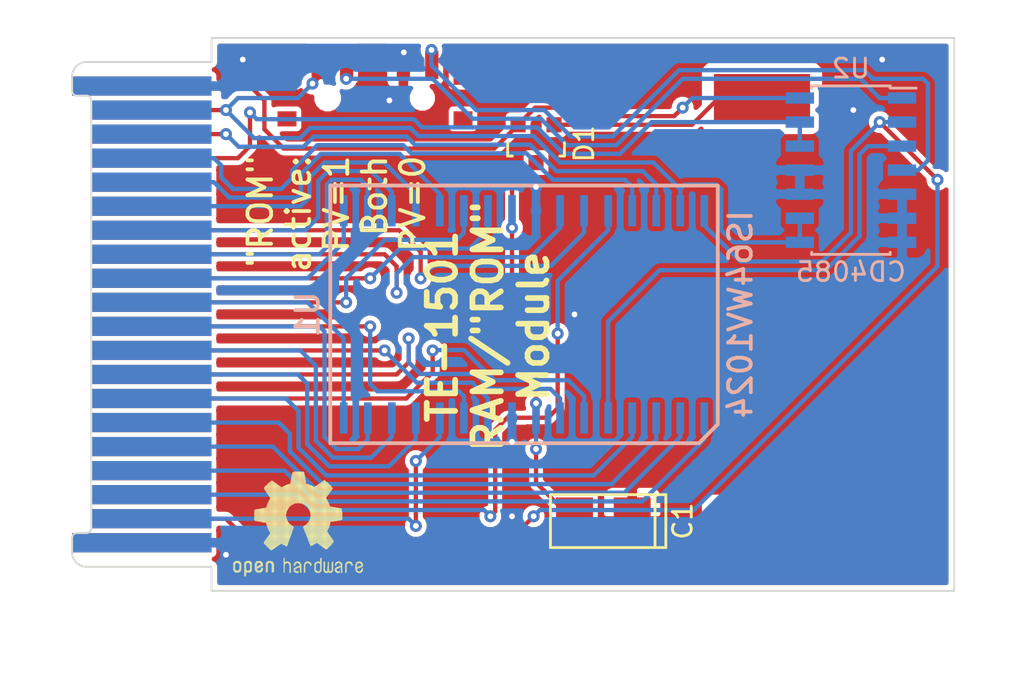
<source format=kicad_pcb>
(kicad_pcb (version 4) (host pcbnew "(2014-10-27 BZR 5228)-product")
  (layers (0 F.Cu signal) (31 B.Cu signal) (34 B.Paste user) (35 F.Paste user) (36 B.SilkS user) (37 F.SilkS user) (38 B.Mask user) (39 F.Mask user) (44 Edge.Cuts user))
  (net 0 "")
  (net 1 VCC)
  (net 2 /AD13)
  (net 3 /AD8)
  (net 4 /AD9)
  (net 5 /AD11)
  (net 6 /~OD)
  (net 7 /AD10)
  (net 8 /D7)
  (net 9 /D6)
  (net 10 /D5)
  (net 11 /D4)
  (net 12 /D3)
  (net 13 /AD2)
  (net 14 /AD1)
  (net 15 /AD0)
  (net 16 /D0)
  (net 17 /D1)
  (net 18 /D2)
  (net 19 GND)
  (net 20 /AD12)
  (net 21 /AD7)
  (net 22 /AD6)
  (net 23 /AD5)
  (net 24 /AD4)
  (net 25 /AD3)
  (net 26 /~Y0)
  (net 27 /PV)
  (net 28 /PU)
  (net 29 /VRR)
  (net 30 /~WE)
  (net 31 /~CE)
  (net 32 /~Y2)
  (net 33 /BT+)
  (net 34 /~PV)
  (net 35 /BANK8)
  (module TantalC_SizeT_EIA-3528 (layer F.Cu) (at 76.073 44.704)
    (fp_text reference C1 (at 4.191 0 90) (layer F.SilkS))
    (fp_text value 220u hide)
    (pad 1 smd rect (at 1.524 0) (size 1.95072 2.49936) (layers F.Cu F.Paste F.Mask) (net 19 GND))
    (pad 2 smd rect (at -1.524 0) (size 1.95072 2.49936) (layers F.Cu F.Paste F.Mask) (net 29 /VRR))
  )
  (module te-1501:CE_CONN (layer F.Cu) (at 52.197 33.782)
    (fp_text reference CN1 hide)
    (fp_text value ce-connector hide)
    (pad 1 smd rect (at -0.508 -12.065) (size 7.366 1.016) (layers F.Cu F.Mask) (net 1 VCC))
    (pad 2 smd rect (at 0 -10.795) (size 6.35 1.016) (layers F.Cu F.Mask) (net 27 /PV))
    (pad 3 smd rect (at 0 -9.525) (size 6.35 1.016) (layers F.Cu F.Mask) (net 28 /PU))
    (pad 4 smd rect (at 0 -8.255) (size 6.35 1.016) (layers F.Cu F.Mask) (net 26 /~Y0))
    (pad 5 smd rect (at 0 -6.985) (size 6.35 1.016) (layers F.Cu F.Mask))
    (pad 6 smd rect (at 0 -5.715) (size 6.35 1.016) (layers F.Cu F.Mask))
    (pad 7 smd rect (at 0 -4.445) (size 6.35 1.016) (layers F.Cu F.Mask) (net 8 /D7))
    (pad 8 smd rect (at 0 -3.175) (size 6.35 1.016) (layers F.Cu F.Mask) (net 9 /D6))
    (pad 9 smd rect (at 0 -1.905) (size 6.35 1.016) (layers F.Cu F.Mask) (net 10 /D5))
    (pad 10 smd rect (at 0 -0.635) (size 6.35 1.016) (layers F.Cu F.Mask) (net 11 /D4))
    (pad 11 smd rect (at 0 0.635) (size 6.35 1.016) (layers F.Cu F.Mask) (net 12 /D3))
    (pad 12 smd rect (at 0 1.905) (size 6.35 1.016) (layers F.Cu F.Mask) (net 18 /D2))
    (pad 13 smd rect (at 0 3.175) (size 6.35 1.016) (layers F.Cu F.Mask) (net 17 /D1))
    (pad 14 smd rect (at 0 4.445) (size 6.35 1.016) (layers F.Cu F.Mask) (net 16 /D0))
    (pad 35 smd rect (at 0 5.715) (size 6.35 1.016) (layers B.Cu B.Mask) (net 13 /AD2))
    (pad 15 smd rect (at 0 5.715) (size 6.35 1.016) (layers F.Cu F.Mask))
    (pad 16 smd rect (at 0 6.985) (size 6.35 1.016) (layers F.Cu F.Mask))
    (pad 17 smd rect (at 0 8.255) (size 6.35 1.016) (layers F.Cu F.Mask))
    (pad 18 smd rect (at 0 9.525) (size 6.35 1.016) (layers F.Cu F.Mask))
    (pad 19 smd rect (at 0 10.795) (size 6.35 1.016) (layers F.Cu F.Mask) (net 32 /~Y2))
    (pad 20 smd rect (at -0.508 12.065) (size 7.366 1.016) (layers F.Cu F.Mask))
    (pad 21 smd rect (at -0.508 -12.065) (size 7.366 1.016) (layers B.Cu B.Mask) (net 19 GND))
    (pad 22 smd rect (at 0 -10.795) (size 6.35 1.016) (layers B.Cu B.Mask))
    (pad 23 smd rect (at 0 -9.525) (size 6.35 1.016) (layers B.Cu B.Mask))
    (pad 24 smd rect (at 0 -8.255) (size 6.35 1.016) (layers B.Cu B.Mask) (net 2 /AD13))
    (pad 25 smd rect (at 0 -6.985) (size 6.35 1.016) (layers B.Cu B.Mask) (net 20 /AD12))
    (pad 26 smd rect (at 0 -5.715) (size 6.35 1.016) (layers B.Cu B.Mask) (net 5 /AD11))
    (pad 27 smd rect (at 0 -4.445) (size 6.35 1.016) (layers B.Cu B.Mask) (net 7 /AD10))
    (pad 28 smd rect (at 0 -3.175) (size 6.35 1.016) (layers B.Cu B.Mask) (net 4 /AD9))
    (pad 29 smd rect (at 0 -1.905) (size 6.35 1.016) (layers B.Cu B.Mask) (net 3 /AD8))
    (pad 30 smd rect (at 0 -0.635) (size 6.35 1.016) (layers B.Cu B.Mask) (net 21 /AD7))
    (pad 31 smd rect (at 0 0.635) (size 6.35 1.016) (layers B.Cu B.Mask) (net 22 /AD6))
    (pad 32 smd rect (at 0 1.905) (size 6.35 1.016) (layers B.Cu B.Mask) (net 23 /AD5))
    (pad 33 smd rect (at 0 3.175) (size 6.35 1.016) (layers B.Cu B.Mask) (net 24 /AD4))
    (pad 34 smd rect (at 0 4.445) (size 6.35 1.016) (layers B.Cu B.Mask) (net 25 /AD3))
    (pad 36 smd rect (at 0 6.985) (size 6.35 1.016) (layers B.Cu B.Mask) (net 14 /AD1))
    (pad 37 smd rect (at 0 8.255) (size 6.35 1.016) (layers B.Cu B.Mask) (net 15 /AD0))
    (pad 38 smd rect (at 0 9.525) (size 6.35 1.016) (layers B.Cu B.Mask) (net 6 /~OD))
    (pad 39 smd rect (at 0 10.795) (size 6.35 1.016) (layers B.Cu B.Mask) (net 30 /~WE))
    (pad 40 smd rect (at -0.508 12.065) (size 7.366 1.016) (layers B.Cu B.Mask) (net 19 GND))
  )
  (module Housings_SOT-23_SOT-143_TSOT-6:SOT-23 (layer F.Cu) (at 72.517 24.765 180)
    (fp_text reference D1 (at -2.54 0 450) (layer F.SilkS))
    (fp_text value BAT54C hide)
    (pad 1 smd rect (at -0.95 1.00076 180) (size 0.8001 0.8001) (layers F.Cu F.Paste F.Mask) (net 33 /BT+))
    (pad 2 smd rect (at 0.95 1.00076 180) (size 0.8001 0.8001) (layers F.Cu F.Paste F.Mask) (net 1 VCC))
    (pad 3 smd rect (at 0 -0.99822 180) (size 0.8001 0.8001) (layers F.Cu F.Paste F.Mask) (net 29 /VRR))
  )
  (module te-1501:TSOP_II_32 (layer B.Cu) (at 71.882 33.782 90)
    (fp_text reference U1 (at 0 -11.4362 90) (layer B.SilkS) (effects (font (size 1.2 1.2) (thickness 0.2)) (justify mirror)))
    (fp_text value IS64WV1024 (at 0 11.4362 90) (layer B.SilkS) (effects (font (size 1.2 1.2) (thickness 0.2)) (justify mirror)))
    (pad 1 smd rect (at -5.4737 9.525 90) (size 1.651 0.4064) (layers B.Cu B.Paste B.Mask) (net 15 /AD0))
    (pad 2 smd rect (at -5.4737 8.255 90) (size 1.651 0.4064) (layers B.Cu B.Paste B.Mask) (net 14 /AD1))
    (pad 3 smd rect (at -5.4737 6.985 90) (size 1.651 0.4064) (layers B.Cu B.Paste B.Mask) (net 13 /AD2))
    (pad 4 smd rect (at -5.4737 5.715 90) (size 1.651 0.4064) (layers B.Cu B.Paste B.Mask) (net 25 /AD3))
    (pad 5 smd rect (at -5.4737 4.445 90) (size 1.651 0.4064) (layers B.Cu B.Paste B.Mask) (net 31 /~CE))
    (pad 6 smd rect (at -5.4737 3.175 90) (size 1.651 0.4064) (layers B.Cu B.Paste B.Mask) (net 16 /D0))
    (pad 7 smd rect (at -5.4737 1.905 90) (size 1.651 0.4064) (layers B.Cu B.Paste B.Mask) (net 17 /D1))
    (pad 8 smd rect (at -5.4737 0.635 90) (size 1.651 0.4064) (layers B.Cu B.Paste B.Mask) (net 29 /VRR))
    (pad 9 smd rect (at -5.4737 -0.635 90) (size 1.651 0.4064) (layers B.Cu B.Paste B.Mask) (net 19 GND))
    (pad 10 smd rect (at -5.4737 -1.905 90) (size 1.651 0.4064) (layers B.Cu B.Paste B.Mask) (net 18 /D2))
    (pad 11 smd rect (at -5.4737 -3.175 90) (size 1.651 0.4064) (layers B.Cu B.Paste B.Mask) (net 12 /D3))
    (pad 12 smd rect (at -5.4737 -4.445 90) (size 1.651 0.4064) (layers B.Cu B.Paste B.Mask) (net 30 /~WE))
    (pad 13 smd rect (at -5.4737 -5.715 90) (size 1.651 0.4064) (layers B.Cu B.Paste B.Mask) (net 24 /AD4))
    (pad 14 smd rect (at -5.4737 -6.985 90) (size 1.651 0.4064) (layers B.Cu B.Paste B.Mask) (net 23 /AD5))
    (pad 15 smd rect (at -5.4737 -8.255 90) (size 1.651 0.4064) (layers B.Cu B.Paste B.Mask) (net 22 /AD6))
    (pad 16 smd rect (at -5.4737 -9.525 90) (size 1.651 0.4064) (layers B.Cu B.Paste B.Mask) (net 21 /AD7))
    (pad 32 smd rect (at 5.4737 9.525 90) (size 1.651 0.4064) (layers B.Cu B.Paste B.Mask) (net 32 /~Y2))
    (pad 31 smd rect (at 5.4737 8.255 90) (size 1.651 0.4064) (layers B.Cu B.Paste B.Mask) (net 27 /PV))
    (pad 30 smd rect (at 5.4737 6.985 90) (size 1.651 0.4064) (layers B.Cu B.Paste B.Mask) (net 28 /PU))
    (pad 29 smd rect (at 5.4737 5.715 90) (size 1.651 0.4064) (layers B.Cu B.Paste B.Mask) (net 2 /AD13))
    (pad 28 smd rect (at 5.4737 4.445 90) (size 1.651 0.4064) (layers B.Cu B.Paste B.Mask) (net 6 /~OD))
    (pad 27 smd rect (at 5.4737 3.175 90) (size 1.651 0.4064) (layers B.Cu B.Paste B.Mask) (net 8 /D7))
    (pad 26 smd rect (at 5.4737 1.905 90) (size 1.651 0.4064) (layers B.Cu B.Paste B.Mask) (net 9 /D6))
    (pad 25 smd rect (at 5.4737 0.635 90) (size 1.651 0.4064) (layers B.Cu B.Paste B.Mask) (net 19 GND))
    (pad 24 smd rect (at 5.4737 -0.635 90) (size 1.651 0.4064) (layers B.Cu B.Paste B.Mask) (net 29 /VRR))
    (pad 23 smd rect (at 5.4737 -1.905 90) (size 1.651 0.4064) (layers B.Cu B.Paste B.Mask) (net 10 /D5))
    (pad 22 smd rect (at 5.4737 -3.175 90) (size 1.651 0.4064) (layers B.Cu B.Paste B.Mask) (net 11 /D4))
    (pad 21 smd rect (at 5.4737 -4.445 90) (size 1.651 0.4064) (layers B.Cu B.Paste B.Mask) (net 20 /AD12))
    (pad 20 smd rect (at 5.4737 -5.715 90) (size 1.651 0.4064) (layers B.Cu B.Paste B.Mask) (net 5 /AD11))
    (pad 19 smd rect (at 5.4737 -6.985 90) (size 1.651 0.4064) (layers B.Cu B.Paste B.Mask) (net 7 /AD10))
    (pad 18 smd rect (at 5.4737 -8.255 90) (size 1.651 0.4064) (layers B.Cu B.Paste B.Mask) (net 4 /AD9))
    (pad 17 smd rect (at 5.4737 -9.525 90) (size 1.651 0.4064) (layers B.Cu B.Paste B.Mask) (net 3 /AD8))
  )
  (module te-1501:CR2032 (layer F.Cu) (at 84.455 33.782 270)
    (fp_text reference BT1 hide)
    (fp_text value BATTERY hide)
    (pad 1 smd rect (at 11.43 0 270) (size 2.54 5.08) (layers F.Cu F.Mask) (net 33 /BT+) (clearance 0.635))
    (pad 2 smd circle (at 0 0 270) (size 6.35 6.35) (layers F.Cu F.Mask) (net 19 GND) (clearance 6.35))
    (pad 1 smd rect (at -11.43 0 270) (size 2.54 5.08) (layers F.Cu F.Mask) (net 33 /BT+) (clearance 0.635))
  )
  (module te-1501:EG1300 (layer F.Cu) (at 64.008 22.352)
    (fp_text reference SW1 hide)
    (fp_text value SP3T hide)
    (pad 2 smd rect (at 3 -1.75) (size 0.7 1.5) (layers F.Cu F.Paste F.Mask) (net 34 /~PV))
    (pad 3 smd rect (at 1.5 -1.75) (size 0.7 1.5) (layers F.Cu F.Paste F.Mask) (net 19 GND))
    (pad 4 smd rect (at -3 -1.75) (size 0.7 1.5) (layers F.Cu F.Paste F.Mask) (net 27 /PV))
    (pad "" smd rect (at 4.65 1.1) (size 1 0.8) (layers F.Cu F.Paste F.Mask))
    (pad "" smd rect (at 4.65 -1.1) (size 1 0.8) (layers F.Cu F.Paste F.Mask))
    (pad "" np_thru_hole circle (at 2.5 0) (size 0.825 0.825) (drill 0.825) (layers *.Cu))
    (pad "" np_thru_hole circle (at -2.5 0) (size 0.9 0.9) (drill 0.9) (layers *.Cu))
    (pad "" smd rect (at -4.65 -1.1) (size 1 0.8) (layers F.Cu F.Paste F.Mask))
    (pad "" smd rect (at -4.65 1.1) (size 1 0.8) (layers F.Cu F.Paste F.Mask))
    (pad 1 smd rect (at -1.5 -1.75) (size 0.7 1.5) (layers F.Cu F.Paste F.Mask) (net 35 /BANK8))
  )
  (module Housings_SOIC:SOIC-14_3.9x8.7mm_Pitch1.27mm (layer B.Cu) (at 89.154 26.162 180)
    (fp_text reference U2 (at 0 5.375 180) (layer B.SilkS) (effects (justify mirror)))
    (fp_text value CD4085 (at 0 -5.375 180) (layer B.SilkS) (effects (justify mirror)))
    (pad 1 smd rect (at -2.7 3.81 180) (size 1.5 0.6) (layers B.Cu B.Paste B.Mask) (net 35 /BANK8))
    (pad 2 smd rect (at -2.7 2.54 180) (size 1.5 0.6) (layers B.Cu B.Paste B.Mask) (net 32 /~Y2))
    (pad 3 smd rect (at -2.7 1.27 180) (size 1.5 0.6) (layers B.Cu B.Paste B.Mask) (net 31 /~CE))
    (pad 4 smd rect (at -2.7 0 180) (size 1.5 0.6) (layers B.Cu B.Paste B.Mask) (net 34 /~PV))
    (pad 5 smd rect (at -2.7 -1.27 180) (size 1.5 0.6) (layers B.Cu B.Paste B.Mask) (net 19 GND))
    (pad 6 smd rect (at -2.7 -2.54 180) (size 1.5 0.6) (layers B.Cu B.Paste B.Mask) (net 19 GND))
    (pad 7 smd rect (at -2.7 -3.81 180) (size 1.5 0.6) (layers B.Cu B.Paste B.Mask) (net 19 GND))
    (pad 8 smd rect (at 2.7 -3.81 180) (size 1.5 0.6) (layers B.Cu B.Paste B.Mask) (net 27 /PV))
    (pad 9 smd rect (at 2.7 -2.54 180) (size 1.5 0.6) (layers B.Cu B.Paste B.Mask) (net 27 /PV))
    (pad 10 smd rect (at 2.7 -1.27 180) (size 1.5 0.6) (layers B.Cu B.Paste B.Mask) (net 19 GND))
    (pad 11 smd rect (at 2.7 0 180) (size 1.5 0.6) (layers B.Cu B.Paste B.Mask) (net 19 GND))
    (pad 12 smd rect (at 2.7 1.27 180) (size 1.5 0.6) (layers B.Cu B.Paste B.Mask) (net 26 /~Y0))
    (pad 13 smd rect (at 2.7 2.54 180) (size 1.5 0.6) (layers B.Cu B.Paste B.Mask) (net 26 /~Y0))
    (pad 14 smd rect (at 2.7 3.81 180) (size 1.5 0.6) (layers B.Cu B.Paste B.Mask) (net 1 VCC))
  )
  (module te-1501:OSHWLOGO0.3IN (layer F.Cu) (at 56.134 41.148)
    (fp_text reference OSHW_LOGO hide)
    (fp_text value LOGO hide)
  )
  (gr_text "TE-1501\nRAM/\"ROM\"\nModule" (at 69.977 34.417 90) (layer F.SilkS) (effects (font (size 1.5 1.5) (thickness 0.3))))
  (gr_text "\"ROM\"\nactive:\nPV=1\nBoth\nPV=0" (at 61.976 25.273 90) (layer F.SilkS) (effects (font (size 1.25 1.25) (thickness 0.2)) (justify right)))
  (gr_line (start 55.372 48.387) (end 94.615 48.387) (angle 90) (layer Edge.Cuts) (width 0.1))
  (gr_line (start 55.372 47.117) (end 55.372 48.387) (angle 90) (layer Edge.Cuts) (width 0.1))
  (gr_line (start 55.372 19.177) (end 94.615 19.177) (angle 90) (layer Edge.Cuts) (width 0.1))
  (gr_line (start 55.372 20.447) (end 55.372 19.177) (angle 90) (layer Edge.Cuts) (width 0.1))
  (gr_line (start 55.372 20.447) (end 48.768 20.447) (angle 90) (layer Edge.Cuts) (width 0.1))
  (gr_line (start 55.372 47.117) (end 48.768 47.117) (angle 90) (layer Edge.Cuts) (width 0.1))
  (gr_line (start 48.26 45.339) (end 48.768 45.339) (angle 90) (layer Edge.Cuts) (width 0.1))
  (gr_line (start 48.006 46.355) (end 48.006 45.593) (angle 90) (layer Edge.Cuts) (width 0.1))
  (gr_arc (start 48.768 46.355) (end 48.768 47.117) (angle 90) (layer Edge.Cuts) (width 0.1))
  (gr_arc (start 48.26 45.593) (end 48.006 45.593) (angle 90) (layer Edge.Cuts) (width 0.1))
  (gr_arc (start 48.768 45.085) (end 49.022 45.085) (angle 90) (layer Edge.Cuts) (width 0.1))
  (gr_line (start 49.022 22.479) (end 49.022 45.085) (angle 90) (layer Edge.Cuts) (width 0.1))
  (gr_line (start 48.26 22.225) (end 48.768 22.225) (angle 90) (layer Edge.Cuts) (width 0.1))
  (gr_line (start 48.006 21.209) (end 48.006 21.971) (angle 90) (layer Edge.Cuts) (width 0.1))
  (gr_arc (start 48.768 22.479) (end 48.768 22.225) (angle 90) (layer Edge.Cuts) (width 0.1))
  (gr_arc (start 48.26 21.971) (end 48.26 22.225) (angle 90) (layer Edge.Cuts) (width 0.1))
  (gr_arc (start 48.768 21.209) (end 48.006 21.209) (angle 90) (layer Edge.Cuts) (width 0.1))
  (gr_line (start 94.615 19.177) (end 94.615 48.387) (angle 90) (layer Edge.Cuts) (width 0.1))
  (segment (start 51.816 21.844) (end 51.689 21.717) (width 0.2286) (layer F.Cu) (net 1))
  (segment (start 58.166 24.003) (end 58.166 22.479) (width 0.2286) (layer F.Cu) (net 1))
  (segment (start 58.166 22.479) (end 57.531 21.844) (width 0.2286) (layer F.Cu) (net 1))
  (segment (start 57.531 21.844) (end 51.816 21.844) (width 0.2286) (layer F.Cu) (net 1))
  (segment (start 71.567 23.76424) (end 70.31224 25.019) (width 0.2286) (layer F.Cu) (net 1))
  (segment (start 70.31224 25.019) (end 59.182 25.019) (width 0.2286) (layer F.Cu) (net 1))
  (segment (start 59.182 25.019) (end 58.166 24.003) (width 0.2286) (layer F.Cu) (net 1))
  (segment (start 80.772 22.352) (end 80.264 22.86) (width 0.2286) (layer B.Cu) (net 1))
  (via (at 80.264 22.86) (size 0.635) (layers F.Cu B.Cu) (net 1))
  (segment (start 80.264 22.86) (end 79.816962 23.307038) (width 0.2286) (layer F.Cu) (net 1))
  (segment (start 79.816962 23.307038) (end 74.615038 23.307038) (width 0.2286) (layer F.Cu) (net 1))
  (segment (start 74.615038 23.307038) (end 74.168 22.86) (width 0.2286) (layer F.Cu) (net 1))
  (segment (start 74.168 22.86) (end 72.47124 22.86) (width 0.2286) (layer F.Cu) (net 1))
  (segment (start 72.47124 22.86) (end 71.567 23.76424) (width 0.2286) (layer F.Cu) (net 1))
  (segment (start 86.454 22.352) (end 80.772 22.352) (width 0.2286) (layer B.Cu) (net 1))
  (segment (start 59.639192 26.16648) (end 59.639192 26.568404) (width 0.2286) (layer B.Cu) (net 2))
  (segment (start 59.639192 26.568404) (end 59.055 27.152596) (width 0.2286) (layer B.Cu) (net 2))
  (segment (start 59.055 27.152596) (end 56.501178 27.152596) (width 0.2286) (layer B.Cu) (net 2))
  (segment (start 56.501178 27.152596) (end 55.88 26.531418) (width 0.2286) (layer B.Cu) (net 2))
  (segment (start 55.88 26.531418) (end 55.88 25.908) (width 0.2286) (layer B.Cu) (net 2))
  (segment (start 55.88 25.908) (end 55.499 25.527) (width 0.2286) (layer B.Cu) (net 2))
  (segment (start 55.499 25.527) (end 52.197 25.527) (width 0.2286) (layer B.Cu) (net 2))
  (segment (start 77.597 28.3083) (end 77.597 27.051) (width 0.2286) (layer B.Cu) (net 2))
  (segment (start 65.492774 24.841192) (end 60.96448 24.841192) (width 0.2286) (layer B.Cu) (net 2))
  (segment (start 65.924582 25.273) (end 65.492774 24.841192) (width 0.2286) (layer B.Cu) (net 2))
  (segment (start 72.009 25.273) (end 65.924582 25.273) (width 0.2286) (layer B.Cu) (net 2))
  (segment (start 73.406 26.67) (end 72.009 25.273) (width 0.2286) (layer B.Cu) (net 2))
  (segment (start 77.216 26.67) (end 73.406 26.67) (width 0.2286) (layer B.Cu) (net 2))
  (segment (start 77.597 27.051) (end 77.216 26.67) (width 0.2286) (layer B.Cu) (net 2))
  (segment (start 60.96448 24.841192) (end 59.639192 26.16648) (width 0.2286) (layer B.Cu) (net 2))
  (segment (start 62.357 29.972) (end 60.452 31.877) (width 0.2286) (layer B.Cu) (net 3))
  (segment (start 60.452 31.877) (end 52.197 31.877) (width 0.2286) (layer B.Cu) (net 3))
  (segment (start 62.357 28.3083) (end 62.357 29.972) (width 0.2286) (layer B.Cu) (net 3))
  (segment (start 63.627 27.051) (end 63.246 26.67) (width 0.2286) (layer B.Cu) (net 4))
  (segment (start 63.246 26.67) (end 61.722 26.67) (width 0.2286) (layer B.Cu) (net 4))
  (segment (start 61.722 26.67) (end 61.468 26.924) (width 0.2286) (layer B.Cu) (net 4))
  (segment (start 61.468 26.924) (end 61.468 30.214418) (width 0.2286) (layer B.Cu) (net 4))
  (segment (start 61.468 30.214418) (end 61.075418 30.607) (width 0.2286) (layer B.Cu) (net 4))
  (segment (start 61.075418 30.607) (end 52.197 30.607) (width 0.2286) (layer B.Cu) (net 4))
  (segment (start 63.627 28.3083) (end 63.627 27.051) (width 0.2286) (layer B.Cu) (net 4))
  (segment (start 66.167 27.432) (end 64.490596 25.755596) (width 0.2286) (layer B.Cu) (net 5))
  (segment (start 64.490596 25.755596) (end 61.34324 25.755596) (width 0.2286) (layer B.Cu) (net 5))
  (segment (start 61.34324 25.755596) (end 60.553596 26.54524) (width 0.2286) (layer B.Cu) (net 5))
  (segment (start 60.553596 26.54524) (end 60.553596 27.584404) (width 0.2286) (layer B.Cu) (net 5))
  (segment (start 60.553596 27.584404) (end 60.071 28.067) (width 0.2286) (layer B.Cu) (net 5))
  (segment (start 60.071 28.067) (end 52.197 28.067) (width 0.2286) (layer B.Cu) (net 5))
  (segment (start 66.167 28.3083) (end 66.167 27.432) (width 0.2286) (layer B.Cu) (net 5))
  (segment (start 73.152 39.243) (end 70.993 39.243) (width 0.2286) (layer F.Cu) (net 6))
  (segment (start 70.993 39.243) (end 70.358 39.878) (width 0.2286) (layer F.Cu) (net 6))
  (segment (start 69.773808 44.119808) (end 60.675734 44.119808) (width 0.2286) (layer B.Cu) (net 6))
  (segment (start 60.675734 44.119808) (end 59.862926 43.307) (width 0.2286) (layer B.Cu) (net 6))
  (segment (start 59.862926 43.307) (end 52.197 43.307) (width 0.2286) (layer B.Cu) (net 6))
  (segment (start 76.327 29.337) (end 73.66 32.004) (width 0.2286) (layer B.Cu) (net 6))
  (segment (start 73.66 32.004) (end 73.66 34.798) (width 0.2286) (layer B.Cu) (net 6))
  (via (at 73.66 34.798) (size 0.635) (layers F.Cu B.Cu) (net 6))
  (segment (start 73.66 34.798) (end 73.66 38.735) (width 0.2286) (layer F.Cu) (net 6))
  (segment (start 70.358 39.878) (end 70.358 44.196) (width 0.2286) (layer F.Cu) (net 6))
  (segment (start 70.358 44.196) (end 70.104 44.45) (width 0.2286) (layer F.Cu) (net 6))
  (via (at 70.104 44.45) (size 0.635) (layers F.Cu B.Cu) (net 6))
  (segment (start 70.104 44.45) (end 69.773808 44.119808) (width 0.2286) (layer B.Cu) (net 6))
  (segment (start 76.327 28.3083) (end 76.327 29.337) (width 0.2286) (layer B.Cu) (net 6))
  (segment (start 73.66 38.735) (end 73.152 39.243) (width 0.2286) (layer F.Cu) (net 6))
  (segment (start 64.897 27.305) (end 63.804798 26.212798) (width 0.2286) (layer B.Cu) (net 7))
  (segment (start 63.804798 26.212798) (end 61.53262 26.212798) (width 0.2286) (layer B.Cu) (net 7))
  (segment (start 61.53262 26.212798) (end 61.010798 26.73462) (width 0.2286) (layer B.Cu) (net 7))
  (segment (start 61.010798 26.73462) (end 61.010798 28.651202) (width 0.2286) (layer B.Cu) (net 7))
  (segment (start 61.010798 28.651202) (end 60.325 29.337) (width 0.2286) (layer B.Cu) (net 7))
  (segment (start 60.325 29.337) (end 52.197 29.337) (width 0.2286) (layer B.Cu) (net 7))
  (segment (start 64.897 28.3083) (end 64.897 27.305) (width 0.2286) (layer B.Cu) (net 7))
  (segment (start 65.278 29.337) (end 52.197 29.337) (width 0.2286) (layer F.Cu) (net 8))
  (segment (start 67.081394 31.216606) (end 66.421 31.877) (width 0.2286) (layer B.Cu) (net 8))
  (via (at 66.421 31.877) (size 0.635) (layers F.Cu B.Cu) (net 8))
  (segment (start 66.421 31.877) (end 66.421 30.48) (width 0.2286) (layer F.Cu) (net 8))
  (segment (start 66.421 30.48) (end 65.278 29.337) (width 0.2286) (layer F.Cu) (net 8))
  (segment (start 75.057 28.3083) (end 75.057 29.464) (width 0.2286) (layer B.Cu) (net 8))
  (segment (start 75.057 29.464) (end 73.304394 31.216606) (width 0.2286) (layer B.Cu) (net 8))
  (segment (start 73.304394 31.216606) (end 67.081394 31.216606) (width 0.2286) (layer B.Cu) (net 8))
  (segment (start 73.787 29.21) (end 72.237596 30.759404) (width 0.2286) (layer B.Cu) (net 9))
  (segment (start 72.237596 30.759404) (end 67.183 30.759404) (width 0.2286) (layer B.Cu) (net 9))
  (segment (start 64.516 30.607) (end 52.197 30.607) (width 0.2286) (layer F.Cu) (net 9))
  (segment (start 73.787 28.3083) (end 73.787 29.21) (width 0.2286) (layer B.Cu) (net 9))
  (segment (start 66.014596 30.759404) (end 65.151 31.623) (width 0.2286) (layer B.Cu) (net 9))
  (segment (start 65.151 31.623) (end 65.151 32.639) (width 0.2286) (layer B.Cu) (net 9))
  (via (at 65.151 32.639) (size 0.635) (layers F.Cu B.Cu) (net 9))
  (segment (start 65.151 32.639) (end 65.151 31.242) (width 0.2286) (layer F.Cu) (net 9))
  (segment (start 65.151 31.242) (end 64.516 30.607) (width 0.2286) (layer F.Cu) (net 9))
  (segment (start 67.183 30.759404) (end 66.014596 30.759404) (width 0.2286) (layer B.Cu) (net 9))
  (segment (start 65.328798 30.302202) (end 63.754 31.877) (width 0.2286) (layer B.Cu) (net 10))
  (segment (start 69.977 29.337) (end 69.977 28.3083) (width 0.2286) (layer B.Cu) (net 10))
  (segment (start 52.197 31.877) (end 63.754 31.877) (width 0.2286) (layer F.Cu) (net 10))
  (via (at 63.754 31.877) (size 0.635) (layers F.Cu B.Cu) (net 10))
  (segment (start 69.977 29.337) (end 69.011798 30.302202) (width 0.2286) (layer B.Cu) (net 10))
  (segment (start 69.011798 30.302202) (end 65.328798 30.302202) (width 0.2286) (layer B.Cu) (net 10))
  (segment (start 68.707 29.464) (end 68.326 29.845) (width 0.2286) (layer B.Cu) (net 11))
  (segment (start 68.326 29.845) (end 64.516 29.845) (width 0.2286) (layer B.Cu) (net 11))
  (segment (start 64.516 29.845) (end 62.484 31.877) (width 0.2286) (layer B.Cu) (net 11))
  (segment (start 62.484 31.877) (end 62.484 33.147) (width 0.2286) (layer B.Cu) (net 11))
  (via (at 62.484 33.147) (size 0.635) (layers F.Cu B.Cu) (net 11))
  (segment (start 62.484 33.147) (end 52.197 33.147) (width 0.2286) (layer F.Cu) (net 11))
  (segment (start 68.707 28.3083) (end 68.707 29.464) (width 0.2286) (layer B.Cu) (net 11))
  (segment (start 68.707 38.1) (end 68.453 37.846) (width 0.2286) (layer B.Cu) (net 12))
  (segment (start 68.453 37.846) (end 64.135 37.846) (width 0.2286) (layer B.Cu) (net 12))
  (segment (start 64.135 37.846) (end 63.754 37.465) (width 0.2286) (layer B.Cu) (net 12))
  (segment (start 63.754 37.465) (end 63.754 34.417) (width 0.2286) (layer B.Cu) (net 12))
  (via (at 63.754 34.417) (size 0.635) (layers F.Cu B.Cu) (net 12))
  (segment (start 63.754 34.417) (end 52.197 34.417) (width 0.2286) (layer F.Cu) (net 12))
  (segment (start 68.707 39.2557) (end 68.707 38.1) (width 0.2286) (layer B.Cu) (net 12))
  (segment (start 78.867 40.386) (end 78.867 39.2557) (width 0.2286) (layer B.Cu) (net 13))
  (segment (start 52.197 39.497) (end 58.928 39.497) (width 0.2286) (layer B.Cu) (net 13))
  (segment (start 59.512192 40.081192) (end 58.928 39.497) (width 0.2286) (layer B.Cu) (net 13))
  (segment (start 59.512192 41.01652) (end 59.512192 40.081192) (width 0.2286) (layer B.Cu) (net 13))
  (segment (start 61.243874 42.748202) (end 59.512192 41.01652) (width 0.2286) (layer B.Cu) (net 13))
  (segment (start 78.867 40.386) (end 76.504798 42.748202) (width 0.2286) (layer B.Cu) (net 13))
  (segment (start 61.243874 42.748202) (end 76.504798 42.748202) (width 0.2286) (layer B.Cu) (net 13))
  (segment (start 80.137 40.259) (end 80.137 39.2557) (width 0.2286) (layer B.Cu) (net 14))
  (segment (start 52.197 40.767) (end 58.61609 40.767) (width 0.2286) (layer B.Cu) (net 14))
  (segment (start 61.054494 43.205404) (end 58.61609 40.767) (width 0.2286) (layer B.Cu) (net 14))
  (segment (start 77.190596 43.205404) (end 61.054494 43.205404) (width 0.2286) (layer B.Cu) (net 14))
  (segment (start 80.137 40.259) (end 77.190596 43.205404) (width 0.2286) (layer B.Cu) (net 14))
  (segment (start 67.564 43.662606) (end 60.865114 43.662606) (width 0.2286) (layer B.Cu) (net 15))
  (segment (start 60.865114 43.662606) (end 59.239508 42.037) (width 0.2286) (layer B.Cu) (net 15))
  (segment (start 59.239508 42.037) (end 52.197 42.037) (width 0.2286) (layer B.Cu) (net 15))
  (segment (start 81.407 40.386) (end 81.407 39.2557) (width 0.2286) (layer B.Cu) (net 15))
  (segment (start 81.407 40.386) (end 78.130394 43.662606) (width 0.2286) (layer B.Cu) (net 15))
  (segment (start 67.564 43.662606) (end 78.130394 43.662606) (width 0.2286) (layer B.Cu) (net 15))
  (segment (start 75.057 38.1) (end 74.218798 37.261798) (width 0.2286) (layer B.Cu) (net 16))
  (segment (start 74.218798 37.261798) (end 70.304962 37.261798) (width 0.2286) (layer B.Cu) (net 16))
  (segment (start 70.304962 37.261798) (end 68.707 35.663836) (width 0.2286) (layer B.Cu) (net 16))
  (segment (start 75.057 39.2557) (end 75.057 38.1) (width 0.2286) (layer B.Cu) (net 16))
  (segment (start 65.659 38.227) (end 52.197 38.227) (width 0.2286) (layer F.Cu) (net 16))
  (segment (start 67.056 36.83) (end 65.659 38.227) (width 0.2286) (layer F.Cu) (net 16))
  (segment (start 68.707 35.663836) (end 67.079164 35.663836) (width 0.2286) (layer B.Cu) (net 16))
  (via (at 67.056 35.687) (size 0.635) (layers F.Cu B.Cu) (net 16))
  (segment (start 67.079164 35.663836) (end 67.056 35.687) (width 0.2286) (layer B.Cu) (net 16))
  (segment (start 67.056 35.687) (end 67.056 36.83) (width 0.2286) (layer F.Cu) (net 16))
  (segment (start 73.787 39.2557) (end 73.787 38.227) (width 0.2286) (layer B.Cu) (net 17))
  (segment (start 70.115582 37.719) (end 69.328178 36.931596) (width 0.2286) (layer B.Cu) (net 17))
  (segment (start 73.279 37.719) (end 70.115582 37.719) (width 0.2286) (layer B.Cu) (net 17))
  (segment (start 73.787 38.227) (end 73.279 37.719) (width 0.2286) (layer B.Cu) (net 17))
  (segment (start 69.328178 36.931596) (end 66.675 36.931596) (width 0.2286) (layer B.Cu) (net 17))
  (segment (start 66.407178 36.931596) (end 65.786 36.310418) (width 0.2286) (layer B.Cu) (net 17))
  (segment (start 65.786 36.322) (end 65.151 36.957) (width 0.2286) (layer F.Cu) (net 17))
  (segment (start 65.786 35.052) (end 65.786 36.322) (width 0.2286) (layer F.Cu) (net 17))
  (via (at 65.786 35.052) (size 0.635) (layers F.Cu B.Cu) (net 17))
  (segment (start 65.786 36.310418) (end 65.786 35.052) (width 0.2286) (layer B.Cu) (net 17))
  (segment (start 65.151 36.957) (end 51.689 36.957) (width 0.2286) (layer F.Cu) (net 17))
  (segment (start 66.675 36.931596) (end 66.407178 36.931596) (width 0.2286) (layer B.Cu) (net 17))
  (segment (start 66.217798 37.388798) (end 64.516 35.687) (width 0.2286) (layer B.Cu) (net 18))
  (segment (start 69.977 38.227) (end 69.138798 37.388798) (width 0.2286) (layer B.Cu) (net 18))
  (segment (start 69.138798 37.388798) (end 66.217798 37.388798) (width 0.2286) (layer B.Cu) (net 18))
  (via (at 64.516 35.687) (size 0.635) (layers F.Cu B.Cu) (net 18))
  (segment (start 64.516 35.687) (end 51.689 35.687) (width 0.2286) (layer F.Cu) (net 18))
  (segment (start 69.977 39.2557) (end 69.977 38.227) (width 0.2286) (layer B.Cu) (net 18))
  (via (at 71.247 40.513) (size 0.635) (layers F.Cu B.Cu) (net 19))
  (segment (start 71.247 39.2557) (end 71.247 40.513) (width 0.2286) (layer B.Cu) (net 19))
  (via (at 72.517 27.051) (size 0.635) (layers F.Cu B.Cu) (net 19))
  (segment (start 72.517 28.3083) (end 72.517 27.051) (width 0.2286) (layer B.Cu) (net 19))
  (segment (start 78.359 27.051) (end 85.09 33.782) (width 0.2286) (layer F.Cu) (net 19))
  (segment (start 72.517 27.051) (end 78.359 27.051) (width 0.2286) (layer F.Cu) (net 19))
  (via (at 74.549 33.782) (size 0.635) (layers F.Cu B.Cu) (net 19))
  (segment (start 85.09 33.782) (end 74.549 33.782) (width 0.2286) (layer F.Cu) (net 19))
  (segment (start 85.09 33.782) (end 80.645 33.782) (width 0.2286) (layer F.Cu) (net 19))
  (segment (start 65.508 19.963) (end 65.508 20.602) (width 0.2286) (layer F.Cu) (net 19))
  (segment (start 55.626 21.717) (end 57.404 19.939) (width 0.2286) (layer B.Cu) (net 19))
  (segment (start 57.404 19.939) (end 65.532 19.939) (width 0.2286) (layer B.Cu) (net 19))
  (via (at 65.532 19.939) (size 0.635) (layers F.Cu B.Cu) (net 19))
  (segment (start 65.532 19.939) (end 65.508 19.963) (width 0.2286) (layer F.Cu) (net 19))
  (segment (start 65.508 21.741) (end 64.77 22.479) (width 0.2286) (layer F.Cu) (net 19))
  (via (at 64.77 22.479) (size 0.635) (layers F.Cu B.Cu) (net 19))
  (segment (start 65.508 20.602) (end 65.508 21.741) (width 0.2286) (layer F.Cu) (net 19))
  (segment (start 86.454 26.162) (end 86.454 27.432) (width 0.2286) (layer B.Cu) (net 19))
  (segment (start 91.854 27.432) (end 91.854 28.702) (width 0.2286) (layer B.Cu) (net 19))
  (segment (start 91.854 29.972) (end 91.854 28.702) (width 0.2286) (layer B.Cu) (net 19))
  (via (at 57.023 20.32) (size 0.635) (layers F.Cu B.Cu) (net 19))
  (segment (start 55.626 21.717) (end 57.023 20.32) (width 0.2286) (layer B.Cu) (net 19))
  (segment (start 51.689 21.717) (end 55.626 21.717) (width 0.2286) (layer B.Cu) (net 19))
  (segment (start 57.404 47.752) (end 67.945 47.752) (width 0.2286) (layer B.Cu) (net 19))
  (segment (start 67.945 47.752) (end 71.247 44.45) (width 0.2286) (layer B.Cu) (net 19))
  (via (at 71.247 44.45) (size 0.635) (layers F.Cu B.Cu) (net 19))
  (segment (start 71.247 44.45) (end 71.247 40.513) (width 0.2286) (layer F.Cu) (net 19))
  (segment (start 51.689 45.847) (end 55.499 45.847) (width 0.2286) (layer B.Cu) (net 19))
  (via (at 56.134 46.482) (size 0.635) (layers F.Cu B.Cu) (net 19))
  (segment (start 55.499 45.847) (end 56.134 46.482) (width 0.2286) (layer B.Cu) (net 19))
  (segment (start 56.134 46.482) (end 57.404 47.752) (width 0.2286) (layer B.Cu) (net 19))
  (segment (start 87.63 26.162) (end 88.265 25.527) (width 0.2286) (layer B.Cu) (net 19))
  (segment (start 88.265 25.527) (end 88.265 24.003) (width 0.2286) (layer B.Cu) (net 19))
  (segment (start 88.265 24.003) (end 89.281 22.987) (width 0.2286) (layer B.Cu) (net 19))
  (via (at 89.281 22.987) (size 0.635) (layers F.Cu B.Cu) (net 19))
  (segment (start 89.281 22.987) (end 90.805 21.463) (width 0.2286) (layer F.Cu) (net 19))
  (segment (start 90.805 21.463) (end 90.805 20.32) (width 0.2286) (layer F.Cu) (net 19))
  (via (at 90.805 20.32) (size 0.635) (layers F.Cu B.Cu) (net 19))
  (segment (start 86.454 26.162) (end 87.63 26.162) (width 0.2286) (layer B.Cu) (net 19))
  (segment (start 72.059798 39.700202) (end 78.536798 39.700202) (width 0.2286) (layer F.Cu) (net 19))
  (segment (start 78.536798 39.700202) (end 84.455 33.782) (width 0.2286) (layer F.Cu) (net 19))
  (segment (start 71.247 40.513) (end 72.059798 39.700202) (width 0.2286) (layer F.Cu) (net 19))
  (segment (start 60.096394 26.35586) (end 60.096394 27.395024) (width 0.2286) (layer B.Cu) (net 20))
  (segment (start 60.096394 27.395024) (end 59.88162 27.609798) (width 0.2286) (layer B.Cu) (net 20))
  (segment (start 59.88162 27.609798) (end 56.311798 27.609798) (width 0.2286) (layer B.Cu) (net 20))
  (segment (start 56.311798 27.609798) (end 55.499 26.797) (width 0.2286) (layer B.Cu) (net 20))
  (segment (start 55.499 26.797) (end 52.197 26.797) (width 0.2286) (layer B.Cu) (net 20))
  (segment (start 67.437 28.3083) (end 67.437 27.432) (width 0.2286) (layer B.Cu) (net 20))
  (segment (start 65.303394 25.298394) (end 61.15386 25.298394) (width 0.2286) (layer B.Cu) (net 20))
  (segment (start 67.437 27.432) (end 65.303394 25.298394) (width 0.2286) (layer B.Cu) (net 20))
  (segment (start 61.15386 25.298394) (end 60.096394 26.35586) (width 0.2286) (layer B.Cu) (net 20))
  (segment (start 62.357 35.052) (end 60.452 33.147) (width 0.2286) (layer B.Cu) (net 21))
  (segment (start 60.452 33.147) (end 52.197 33.147) (width 0.2286) (layer B.Cu) (net 21))
  (segment (start 62.357 39.2557) (end 62.357 35.052) (width 0.2286) (layer B.Cu) (net 21))
  (segment (start 61.341 34.682582) (end 61.075418 34.417) (width 0.2286) (layer B.Cu) (net 22))
  (segment (start 61.075418 34.417) (end 52.197 34.417) (width 0.2286) (layer B.Cu) (net 22))
  (segment (start 63.627 39.2557) (end 63.627 40.386) (width 0.2286) (layer B.Cu) (net 22))
  (segment (start 61.976 40.894) (end 61.341 40.259) (width 0.2286) (layer B.Cu) (net 22))
  (segment (start 63.119 40.894) (end 61.976 40.894) (width 0.2286) (layer B.Cu) (net 22))
  (segment (start 63.627 40.386) (end 63.119 40.894) (width 0.2286) (layer B.Cu) (net 22))
  (segment (start 61.341 40.259) (end 61.341 34.682582) (width 0.2286) (layer B.Cu) (net 22))
  (segment (start 64.897 40.259) (end 63.804798 41.351202) (width 0.2286) (layer B.Cu) (net 23))
  (segment (start 63.804798 41.351202) (end 61.78662 41.351202) (width 0.2286) (layer B.Cu) (net 23))
  (segment (start 61.78662 41.351202) (end 60.883798 40.44838) (width 0.2286) (layer B.Cu) (net 23))
  (segment (start 60.883798 40.44838) (end 60.883798 36.499798) (width 0.2286) (layer B.Cu) (net 23))
  (segment (start 60.883798 36.499798) (end 60.071 35.687) (width 0.2286) (layer B.Cu) (net 23))
  (segment (start 60.071 35.687) (end 52.197 35.687) (width 0.2286) (layer B.Cu) (net 23))
  (segment (start 64.897 39.2557) (end 64.897 40.259) (width 0.2286) (layer B.Cu) (net 23))
  (segment (start 66.167 40.386) (end 64.744596 41.808404) (width 0.2286) (layer B.Cu) (net 24))
  (segment (start 64.744596 41.808404) (end 61.59724 41.808404) (width 0.2286) (layer B.Cu) (net 24))
  (segment (start 61.59724 41.808404) (end 60.426596 40.63776) (width 0.2286) (layer B.Cu) (net 24))
  (segment (start 60.426596 40.63776) (end 60.426596 37.439596) (width 0.2286) (layer B.Cu) (net 24))
  (segment (start 60.426596 37.439596) (end 59.944 36.957) (width 0.2286) (layer B.Cu) (net 24))
  (segment (start 59.944 36.957) (end 52.197 36.957) (width 0.2286) (layer B.Cu) (net 24))
  (segment (start 66.167 39.2557) (end 66.167 40.386) (width 0.2286) (layer B.Cu) (net 24))
  (segment (start 77.597 40.259) (end 77.597 39.2557) (width 0.2286) (layer B.Cu) (net 25))
  (segment (start 52.197 38.227) (end 59.309 38.227) (width 0.2286) (layer B.Cu) (net 25))
  (segment (start 59.969394 38.887394) (end 59.309 38.227) (width 0.2286) (layer B.Cu) (net 25))
  (segment (start 59.969394 40.82714) (end 59.969394 38.887394) (width 0.2286) (layer B.Cu) (net 25))
  (segment (start 61.433254 42.291) (end 59.969394 40.82714) (width 0.2286) (layer B.Cu) (net 25))
  (segment (start 75.565 42.291) (end 61.433254 42.291) (width 0.2286) (layer B.Cu) (net 25))
  (segment (start 77.597 40.259) (end 75.565 42.291) (width 0.2286) (layer B.Cu) (net 25))
  (segment (start 86.454 24.892) (end 86.454 23.622) (width 0.2286) (layer B.Cu) (net 26))
  (segment (start 76.948188 25.298394) (end 78.624582 23.622) (width 0.2286) (layer B.Cu) (net 26))
  (segment (start 78.624582 23.622) (end 86.454 23.622) (width 0.2286) (layer B.Cu) (net 26))
  (segment (start 57.759586 23.469586) (end 57.404 23.114) (width 0.2286) (layer B.Cu) (net 26))
  (via (at 57.404 23.114) (size 0.635) (layers F.Cu B.Cu) (net 26))
  (segment (start 57.404 23.114) (end 57.404 24.892) (width 0.2286) (layer F.Cu) (net 26))
  (segment (start 57.404 24.892) (end 56.769 25.527) (width 0.2286) (layer F.Cu) (net 26))
  (segment (start 52.197 25.527) (end 56.769 25.527) (width 0.2286) (layer F.Cu) (net 26))
  (segment (start 66.492722 23.901394) (end 66.060914 23.469586) (width 0.2286) (layer B.Cu) (net 26))
  (segment (start 72.57714 23.901394) (end 66.492722 23.901394) (width 0.2286) (layer B.Cu) (net 26))
  (segment (start 73.97414 25.298394) (end 72.57714 23.901394) (width 0.2286) (layer B.Cu) (net 26))
  (segment (start 66.060914 23.469586) (end 57.759586 23.469586) (width 0.2286) (layer B.Cu) (net 26))
  (segment (start 73.97414 25.298394) (end 76.948188 25.298394) (width 0.2286) (layer B.Cu) (net 26))
  (via (at 56.134 22.987) (size 0.635) (layers F.Cu B.Cu) (net 27))
  (segment (start 56.134 22.987) (end 52.197 22.987) (width 0.2286) (layer F.Cu) (net 27))
  (segment (start 57.616343 24.469343) (end 56.134 22.987) (width 0.2286) (layer B.Cu) (net 27))
  (segment (start 60.043165 24.469343) (end 57.616343 24.469343) (width 0.2286) (layer B.Cu) (net 27))
  (segment (start 60.58572 23.926788) (end 60.043165 24.469343) (width 0.2286) (layer B.Cu) (net 27))
  (segment (start 65.871534 23.926788) (end 60.58572 23.926788) (width 0.2286) (layer B.Cu) (net 27))
  (segment (start 66.303342 24.358596) (end 65.871534 23.926788) (width 0.2286) (layer B.Cu) (net 27))
  (segment (start 72.38776 24.358596) (end 66.303342 24.358596) (width 0.2286) (layer B.Cu) (net 27))
  (segment (start 73.78476 25.755596) (end 72.38776 24.358596) (width 0.2286) (layer B.Cu) (net 27))
  (segment (start 78.714596 25.755596) (end 73.78476 25.755596) (width 0.2286) (layer B.Cu) (net 27))
  (segment (start 80.137 27.178) (end 78.714596 25.755596) (width 0.2286) (layer B.Cu) (net 27))
  (segment (start 80.137 28.3083) (end 80.137 27.178) (width 0.2286) (layer B.Cu) (net 27))
  (segment (start 61.008 21.288) (end 61.008 20.602) (width 0.2286) (layer F.Cu) (net 27))
  (segment (start 56.769 22.352) (end 59.944 22.352) (width 0.2286) (layer B.Cu) (net 27))
  (segment (start 59.944 22.352) (end 60.706 21.59) (width 0.2286) (layer B.Cu) (net 27))
  (via (at 60.706 21.59) (size 0.635) (layers F.Cu B.Cu) (net 27))
  (segment (start 60.706 21.59) (end 61.008 21.288) (width 0.2286) (layer F.Cu) (net 27))
  (segment (start 56.134 22.987) (end 56.769 22.352) (width 0.2286) (layer B.Cu) (net 27))
  (segment (start 86.454 28.702) (end 86.454 29.972) (width 0.2286) (layer B.Cu) (net 27))
  (segment (start 82.942582 29.972) (end 82.296 29.325418) (width 0.2286) (layer B.Cu) (net 27))
  (segment (start 82.296 29.325418) (end 82.296 27.178) (width 0.2286) (layer B.Cu) (net 27))
  (segment (start 82.296 27.178) (end 82.042 26.924) (width 0.2286) (layer B.Cu) (net 27))
  (segment (start 82.042 26.924) (end 80.391 26.924) (width 0.2286) (layer B.Cu) (net 27))
  (segment (start 80.391 26.924) (end 80.137 27.178) (width 0.2286) (layer B.Cu) (net 27))
  (segment (start 86.454 29.972) (end 82.942582 29.972) (width 0.2286) (layer B.Cu) (net 27))
  (segment (start 78.867 26.924) (end 78.155798 26.212798) (width 0.2286) (layer B.Cu) (net 28))
  (segment (start 78.155798 26.212798) (end 73.59538 26.212798) (width 0.2286) (layer B.Cu) (net 28))
  (segment (start 73.59538 26.212798) (end 72.19838 24.815798) (width 0.2286) (layer B.Cu) (net 28))
  (segment (start 72.19838 24.815798) (end 66.113962 24.815798) (width 0.2286) (layer B.Cu) (net 28))
  (segment (start 66.113962 24.815798) (end 65.682154 24.38399) (width 0.2286) (layer B.Cu) (net 28))
  (segment (start 65.682154 24.38399) (end 60.7751 24.38399) (width 0.2286) (layer B.Cu) (net 28))
  (segment (start 60.7751 24.38399) (end 60.232545 24.926545) (width 0.2286) (layer B.Cu) (net 28))
  (segment (start 60.232545 24.926545) (end 56.803545 24.926545) (width 0.2286) (layer B.Cu) (net 28))
  (segment (start 56.803545 24.926545) (end 56.134 24.257) (width 0.2286) (layer B.Cu) (net 28))
  (via (at 56.134 24.257) (size 0.635) (layers F.Cu B.Cu) (net 28))
  (segment (start 56.134 24.257) (end 52.197 24.257) (width 0.2286) (layer F.Cu) (net 28))
  (segment (start 78.867 28.3083) (end 78.867 26.924) (width 0.2286) (layer B.Cu) (net 28))
  (segment (start 71.247 29.21) (end 71.247 28.3083) (width 0.2286) (layer B.Cu) (net 29))
  (via (at 71.247 29.21) (size 0.635) (layers F.Cu B.Cu) (net 29))
  (segment (start 71.247 33.147) (end 71.247 29.21) (width 0.2286) (layer F.Cu) (net 29))
  (segment (start 72.517 34.417) (end 71.247 33.147) (width 0.2286) (layer F.Cu) (net 29))
  (segment (start 72.517 38.481) (end 72.517 34.417) (width 0.2286) (layer F.Cu) (net 29))
  (via (at 72.517 38.481) (size 0.635) (layers F.Cu B.Cu) (net 29))
  (segment (start 72.517 39.2557) (end 72.517 38.481) (width 0.2286) (layer B.Cu) (net 29))
  (segment (start 71.247 27.03322) (end 72.517 25.76322) (width 0.2286) (layer F.Cu) (net 29))
  (segment (start 71.247 29.21) (end 71.247 27.03322) (width 0.2286) (layer F.Cu) (net 29))
  (segment (start 72.517 42.672) (end 72.517 40.894) (width 0.2286) (layer F.Cu) (net 29))
  (segment (start 72.517 40.894) (end 72.517 39.2557) (width 0.2286) (layer B.Cu) (net 29))
  (via (at 72.517 40.894) (size 0.635) (layers F.Cu B.Cu) (net 29))
  (segment (start 74.549 44.704) (end 72.517 42.672) (width 0.2286) (layer F.Cu) (net 29))
  (segment (start 52.19701 44.57701) (end 52.197 44.577) (width 0.2286) (layer B.Cu) (net 30))
  (segment (start 67.437 40.259) (end 66.167 41.529) (width 0.2286) (layer B.Cu) (net 30))
  (via (at 66.167 41.529) (size 0.635) (layers F.Cu B.Cu) (net 30))
  (segment (start 66.167 41.529) (end 66.167 44.958) (width 0.2286) (layer F.Cu) (net 30))
  (via (at 66.167 44.958) (size 0.635) (layers F.Cu B.Cu) (net 30))
  (segment (start 66.167 44.958) (end 65.78601 44.57701) (width 0.2286) (layer B.Cu) (net 30))
  (segment (start 65.78601 44.57701) (end 52.19701 44.57701) (width 0.2286) (layer B.Cu) (net 30))
  (segment (start 67.437 39.2557) (end 67.437 40.259) (width 0.2286) (layer B.Cu) (net 30))
  (segment (start 90.054582 24.892) (end 89.611202 25.33538) (width 0.2286) (layer B.Cu) (net 31))
  (segment (start 89.611202 25.33538) (end 89.611202 29.65338) (width 0.2286) (layer B.Cu) (net 31))
  (segment (start 89.611202 29.65338) (end 87.81938 31.445202) (width 0.2286) (layer B.Cu) (net 31))
  (segment (start 87.81938 31.445202) (end 79.044798 31.445202) (width 0.2286) (layer B.Cu) (net 31))
  (segment (start 79.044798 31.445202) (end 76.327 34.163) (width 0.2286) (layer B.Cu) (net 31))
  (segment (start 76.327 34.163) (end 76.327 39.2557) (width 0.2286) (layer B.Cu) (net 31))
  (segment (start 91.854 24.892) (end 90.054582 24.892) (width 0.2286) (layer B.Cu) (net 31))
  (segment (start 90.678 23.622) (end 91.854 23.622) (width 0.2286) (layer B.Cu) (net 32))
  (segment (start 89.154 25.146) (end 90.678 23.622) (width 0.2286) (layer B.Cu) (net 32))
  (segment (start 89.154 29.464) (end 89.154 25.146) (width 0.2286) (layer B.Cu) (net 32))
  (segment (start 87.63 30.988) (end 89.154 29.464) (width 0.2286) (layer B.Cu) (net 32))
  (segment (start 83.312 30.988) (end 87.63 30.988) (width 0.2286) (layer B.Cu) (net 32))
  (segment (start 81.407 29.083) (end 83.312 30.988) (width 0.2286) (layer B.Cu) (net 32))
  (segment (start 81.407 28.3083) (end 81.407 29.083) (width 0.2286) (layer B.Cu) (net 32))
  (via (at 90.678 23.622) (size 0.635) (layers F.Cu B.Cu) (net 32))
  (segment (start 56.134 44.577) (end 57.404 45.847) (width 0.2286) (layer F.Cu) (net 32))
  (segment (start 57.404 45.847) (end 70.993 45.847) (width 0.2286) (layer F.Cu) (net 32))
  (segment (start 70.993 45.847) (end 72.39 44.45) (width 0.2286) (layer F.Cu) (net 32))
  (via (at 72.39 44.45) (size 0.635) (layers F.Cu B.Cu) (net 32))
  (segment (start 72.39 44.45) (end 72.720192 44.119808) (width 0.2286) (layer B.Cu) (net 32))
  (segment (start 72.720192 44.119808) (end 80.848192 44.119808) (width 0.2286) (layer B.Cu) (net 32))
  (segment (start 80.848192 44.119808) (end 93.726 31.242) (width 0.2286) (layer B.Cu) (net 32))
  (segment (start 52.197 44.577) (end 56.134 44.577) (width 0.2286) (layer F.Cu) (net 32))
  (segment (start 93.726 31.242) (end 93.726 26.67) (width 0.2286) (layer B.Cu) (net 32))
  (via (at 93.726 26.67) (size 0.635) (layers F.Cu B.Cu) (net 32))
  (segment (start 90.678 23.622) (end 93.726 26.67) (width 0.2286) (layer F.Cu) (net 32))
  (segment (start 73.467 23.76424) (end 80.75676 23.76424) (width 0.2286) (layer F.Cu) (net 33))
  (segment (start 82.169 22.352) (end 85.09 22.352) (width 0.2286) (layer F.Cu) (net 33))
  (segment (start 80.75676 23.76424) (end 82.169 22.352) (width 0.2286) (layer F.Cu) (net 33))
  (segment (start 67.008 19.987) (end 67.008 20.602) (width 0.2286) (layer F.Cu) (net 34))
  (segment (start 92.71 26.162) (end 93.218 25.654) (width 0.2286) (layer B.Cu) (net 34))
  (segment (start 93.218 25.654) (end 93.218 21.59) (width 0.2286) (layer B.Cu) (net 34))
  (segment (start 93.218 21.59) (end 92.964 21.336) (width 0.2286) (layer B.Cu) (net 34))
  (segment (start 92.964 21.336) (end 90.308582 21.336) (width 0.2286) (layer B.Cu) (net 34))
  (segment (start 90.308582 21.336) (end 89.85138 20.878798) (width 0.2286) (layer B.Cu) (net 34))
  (segment (start 89.85138 20.878798) (end 80.07462 20.878798) (width 0.2286) (layer B.Cu) (net 34))
  (segment (start 80.07462 20.878798) (end 76.569428 24.38399) (width 0.2286) (layer B.Cu) (net 34))
  (segment (start 76.569428 24.38399) (end 74.3529 24.38399) (width 0.2286) (layer B.Cu) (net 34))
  (segment (start 74.3529 24.38399) (end 72.9559 22.98699) (width 0.2286) (layer B.Cu) (net 34))
  (segment (start 72.9559 22.98699) (end 69.353572 22.98699) (width 0.2286) (layer B.Cu) (net 34))
  (segment (start 69.353572 22.98699) (end 66.9925 20.625918) (width 0.2286) (layer B.Cu) (net 34))
  (segment (start 66.9925 20.625918) (end 66.9925 19.812) (width 0.2286) (layer B.Cu) (net 34))
  (via (at 66.9925 19.812) (size 0.635) (layers F.Cu B.Cu) (net 34))
  (segment (start 66.9925 19.812) (end 67.008 19.8275) (width 0.2286) (layer F.Cu) (net 34))
  (segment (start 67.008 19.8275) (end 67.008 20.602) (width 0.2286) (layer F.Cu) (net 34))
  (segment (start 91.854 26.162) (end 92.71 26.162) (width 0.2286) (layer B.Cu) (net 34))
  (segment (start 91.854 22.352) (end 91.186 22.352) (width 0.2286) (layer B.Cu) (net 35))
  (segment (start 62.508 21.312) (end 62.508 20.602) (width 0.2286) (layer F.Cu) (net 35))
  (segment (start 90.678 22.352) (end 89.662 21.336) (width 0.2286) (layer B.Cu) (net 35))
  (segment (start 89.662 21.336) (end 80.264 21.336) (width 0.2286) (layer B.Cu) (net 35))
  (segment (start 80.264 21.336) (end 76.758808 24.841192) (width 0.2286) (layer B.Cu) (net 35))
  (segment (start 76.758808 24.841192) (end 74.16352 24.841192) (width 0.2286) (layer B.Cu) (net 35))
  (segment (start 74.16352 24.841192) (end 72.76652 23.444192) (width 0.2286) (layer B.Cu) (net 35))
  (segment (start 72.76652 23.444192) (end 69.164192 23.444192) (width 0.2286) (layer B.Cu) (net 35))
  (segment (start 69.164192 23.444192) (end 67.056 21.336) (width 0.2286) (layer B.Cu) (net 35))
  (segment (start 67.056 21.336) (end 62.484 21.336) (width 0.2286) (layer B.Cu) (net 35))
  (via (at 62.484 21.336) (size 0.635) (layers F.Cu B.Cu) (net 35))
  (segment (start 62.484 21.336) (end 62.508 21.312) (width 0.2286) (layer F.Cu) (net 35))
  (segment (start 91.854 22.352) (end 90.678 22.352) (width 0.2286) (layer B.Cu) (net 35))
  (zone (net 19) (net_name GND) (layer B.Cu) (connect_pads (clearance 0.254)) (min_thickness 0.254) (fill yes (arc_segments 16) (thermal_gap 0.508) (thermal_bridge_width 0.508))
    (polygon (pts (xy 98.298 51.181) (xy 44.196 51.181) (xy 44.196 18.161) (xy 98.298 18.161)))
  )
  (zone (net 19) (net_name GND) (layer F.Cu) (connect_pads (clearance 0.254)) (min_thickness 0.254) (fill yes (arc_segments 16) (thermal_gap 0.508) (thermal_bridge_width 0.508))
    (polygon (pts (xy 98.298 51.181) (xy 44.196 51.181) (xy 44.196 18.161) (xy 98.298 18.161)))
  )
)
</source>
